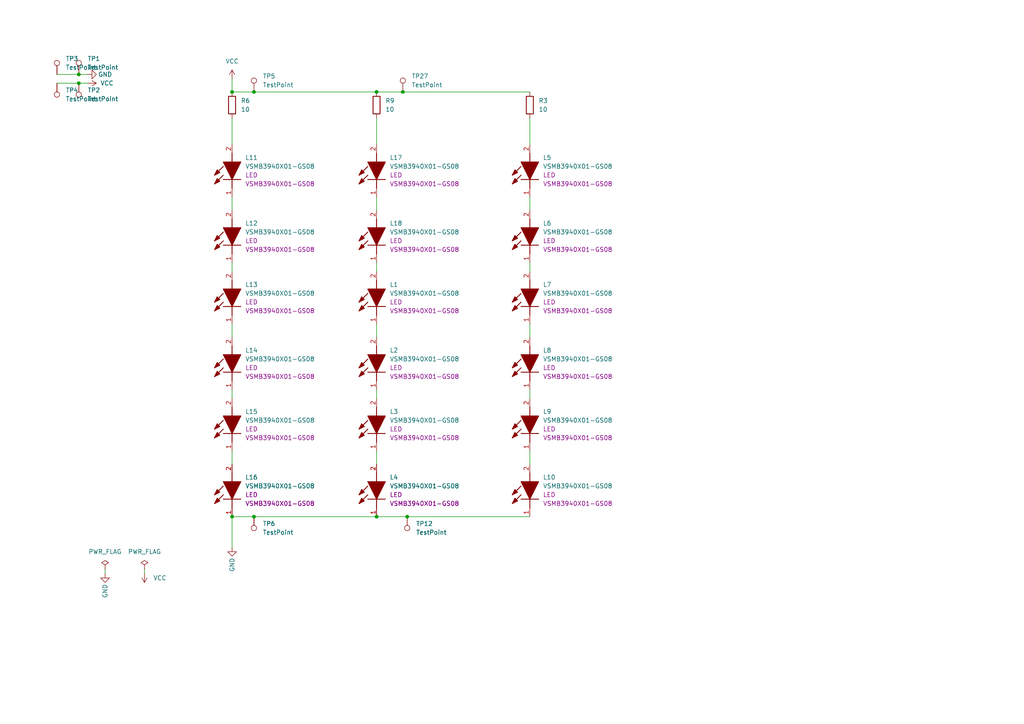
<source format=kicad_sch>
(kicad_sch (version 20211123) (generator eeschema)
  (paper "A4")
  (lib_symbols
    (symbol "Connector:TestPoint" (pin_numbers hide) (pin_names (offset 0.762) hide)
      (property "Reference" "TP" (at 0 6.858 0))
      (property "Value" "TestPoint" (at 0 5.08 0))
      (symbol "TestPoint_0_1"
        (circle (center 0 3.302) (radius 0.762))
      )
      (symbol "TestPoint_1_1"
        (pin passive line (at 0 0 90) (length 2.54) (name "1") (number "1"))
      )
    )
    (symbol "Device:R" (pin_numbers hide) (pin_names (offset 0))
      (property "Reference" "R" (at 2.032 0 90))
      (property "Value" "R" (at 0 0 90))
      (symbol "R_0_1"
        (rectangle (start -1.016 -2.54) (end 1.016 2.54) (stroke (width 0.254)))
      )
      (symbol "R_1_1"
        (pin passive line (at 0 3.81 270) (length 1.27) (name "~") (number "1"))
        (pin passive line (at 0 -3.81 90) (length 1.27) (name "~") (number "2"))
      )
    )
    (symbol "VSMB3940X01-GS08:VSMB3940X01-GS08" (pin_names hide)
      (property "Value" "VSMB3940X01-GS08" (at 0 0 0))
      (property "Reference_1" "LED" (at 12.7 8.89 0))
      (property "Value_1" "VSMB3940X01-GS08" (at 12.7 6.35 0))
      (symbol "VSMB3940X01-GS08_1_1"
        (polyline (pts (xy 2.54 0) (xy 5.08 0)) (stroke (width 0.254)))
        (polyline (pts (xy 5.08 2.54) (xy 5.08 -2.54)) (stroke (width 0.254)))
        (polyline (pts (xy 6.35 2.54) (xy 3.81 5.08)) (stroke (width 0.254)))
        (polyline (pts (xy 8.89 2.54) (xy 6.35 5.08)) (stroke (width 0.254)))
        (polyline (pts (xy 10.16 0) (xy 12.7 0)) (stroke (width 0.254)))
        (polyline (pts (xy 5.08 0) (xy 10.16 2.54) (xy 10.16 -2.54) (xy 5.08 0)) (stroke (width 0.254)) (fill (type outline)))
        (polyline (pts (xy 5.334 4.318) (xy 4.572 3.556) (xy 3.81 5.08) (xy 5.334 4.318)) (stroke (width 0.254)) (fill (type outline)))
        (polyline (pts (xy 7.874 4.318) (xy 7.112 3.556) (xy 6.35 5.08) (xy 7.874 4.318)) (stroke (width 0.254)) (fill (type outline)))
        (pin passive line (at 0 0 0) (length 2.54) (name "K") (number "1"))
        (pin passive line (at 15.24 0 180) (length 2.54) (name "A") (number "2"))
      )
    )
    (symbol "power:GND" (power) (pin_names (offset 0))
      (property "Value" "GND" (at 0 -3.81 0))
      (symbol "GND_0_1"
        (polyline (pts (xy 0 0) (xy 0 -1.27) (xy 1.27 -1.27) (xy 0 -2.54) (xy -1.27 -1.27) (xy 0 -1.27)))
      )
      (symbol "GND_1_1"
        (pin power_in line (at 0 0 270) (length 0) hide (name "GND") (number "1"))
      )
    )
    (symbol "power:PWR_FLAG" (power) (pin_numbers hide) (pin_names (offset 0) hide)
      (property "Value" "PWR_FLAG" (at 0 3.81 0))
      (symbol "PWR_FLAG_0_0"
        (pin power_out line (at 0 0 90) (length 0) (name "pwr") (number "1"))
      )
      (symbol "PWR_FLAG_0_1"
        (polyline (pts (xy 0 0) (xy 0 1.27) (xy -1.016 1.905) (xy 0 2.54) (xy 1.016 1.905) (xy 0 1.27)))
      )
    )
    (symbol "power:VCC" (power) (pin_names (offset 0))
      (property "Value" "VCC" (at 0 3.81 0))
      (symbol "VCC_0_1"
        (polyline (pts (xy -0.762 1.27) (xy 0 2.54)))
        (polyline (pts (xy 0 0) (xy 0 2.54)))
        (polyline (pts (xy 0 2.54) (xy 0.762 1.27)))
      )
      (symbol "VCC_1_1"
        (pin power_in line (at 0 0 90) (length 0) hide (name "VCC") (number "1"))
      )
    )
  )
  (junction (at 67.31 149.86))
  (junction (at 118.11 149.86))
  (junction (at 116.84 26.67))
  (junction (at 109.22 149.86))
  (junction (at 73.66 149.86))
  (junction (at 22.86 21.59))
  (junction (at 22.86 24.13))
  (junction (at 67.31 26.67))
  (junction (at 109.22 26.67))
  (junction (at 73.66 26.67))
  (wire (pts (xy 67.31 115.57) (xy 67.31 113.03)))
  (wire (pts (xy 67.31 34.29) (xy 67.31 41.91)))
  (wire (pts (xy 16.51 24.13) (xy 22.86 24.13)))
  (wire (pts (xy 109.22 26.67) (xy 116.84 26.67)))
  (wire (pts (xy 67.31 93.98) (xy 67.31 97.79)))
  (wire (pts (xy 153.67 57.15) (xy 153.67 60.96)))
  (wire (pts (xy 109.22 34.29) (xy 109.22 41.91)))
  (wire (pts (xy 67.31 26.67) (xy 73.66 26.67)))
  (wire (pts (xy 153.67 34.29) (xy 153.67 41.91)))
  (wire (pts (xy 153.67 78.74) (xy 153.67 76.2)))
  (wire (pts (xy 73.66 26.67) (xy 109.22 26.67)))
  (wire (pts (xy 153.67 130.81) (xy 153.67 134.62)))
  (wire (pts (xy 109.22 93.98) (xy 109.22 97.79)))
  (wire (pts (xy 109.22 130.81) (xy 109.22 134.62)))
  (wire (pts (xy 67.31 149.86) (xy 67.31 158.75)))
  (wire (pts (xy 116.84 26.67) (xy 153.67 26.67)))
  (wire (pts (xy 109.22 149.86) (xy 118.11 149.86)))
  (wire (pts (xy 67.31 149.86) (xy 73.66 149.86)))
  (wire (pts (xy 41.91 165.1) (xy 41.91 166.37)))
  (wire (pts (xy 109.22 115.57) (xy 109.22 113.03)))
  (wire (pts (xy 22.86 24.13) (xy 25.4 24.13)))
  (wire (pts (xy 22.86 21.59) (xy 25.4 21.59)))
  (wire (pts (xy 67.31 76.2) (xy 67.31 78.74)))
  (wire (pts (xy 118.11 149.86) (xy 153.67 149.86)))
  (wire (pts (xy 109.22 57.15) (xy 109.22 60.96)))
  (wire (pts (xy 109.22 76.2) (xy 109.22 78.74)))
  (wire (pts (xy 153.67 93.98) (xy 153.67 97.79)))
  (wire (pts (xy 67.31 22.86) (xy 67.31 26.67)))
  (wire (pts (xy 30.48 165.1) (xy 30.48 166.37)))
  (wire (pts (xy 16.51 21.59) (xy 22.86 21.59)))
  (wire (pts (xy 153.67 115.57) (xy 153.67 113.03)))
  (wire (pts (xy 67.31 57.15) (xy 67.31 60.96)))
  (wire (pts (xy 73.66 149.86) (xy 109.22 149.86)))
  (wire (pts (xy 67.31 130.81) (xy 67.31 134.62)))
  (symbol (lib_id "VSMB3940X01-GS08:VSMB3940X01-GS08") (at 153.67 149.86 90) (unit 1)
    (property "Reference" "L10" (at 157.48 138.4299 90) (effects (justify right)))
    (property "Value" "VSMB3940X01-GS08" (at 157.48 140.9699 90) (effects (justify right)))
    (property "Footprint" "Footprints:LEDM3528X185N" (effects hide))
    (property "Reference_1" "LED" (at 157.48 143.5099 90) (effects (justify right)))
    (property "Value_1" "VSMB3940X01-GS08" (at 157.48 146.0499 90) (effects (justify right)))
    (property "Footprint_1" "LEDM3528X185N" (effects hide))
    (property "Datasheet_1" "https://www.vishay.com/docs/81894/vsmb3940.pdf" (effects hide))
    (property "Height" "1.85" (effects hide))
    (property "Mouser Part Number" "782-VSMB3940X01" (effects hide))
    (property "Mouser Price/Stock" "https://www.mouser.co.uk/ProductDetail/Vishay-Semiconductors/VSMB3940X01-GS08?qs=EvRzT9Rf7Cb5qhDJ224YgQ%3D%3D" (effects hide))
    (property "Manufacturer_Name" "Vishay" (effects hide))
    (property "Manufacturer_Part_Number" "VSMB3940X01-GS08" (effects hide))
  )
  (symbol (lib_id "VSMB3940X01-GS08:VSMB3940X01-GS08") (at 153.67 57.15 90) (unit 1)
    (property "Reference" "L5" (at 157.48 45.7199 90) (effects (justify right)))
    (property "Value" "VSMB3940X01-GS08" (at 157.48 48.2599 90) (effects (justify right)))
    (property "Footprint" "Footprints:LEDM3528X185N" (effects hide))
    (property "Reference_1" "LED" (at 157.48 50.7999 90) (effects (justify right)))
    (property "Value_1" "VSMB3940X01-GS08" (at 157.48 53.3399 90) (effects (justify right)))
    (property "Footprint_1" "LEDM3528X185N" (effects hide))
    (property "Datasheet_1" "https://www.vishay.com/docs/81894/vsmb3940.pdf" (effects hide))
    (property "Height" "1.85" (effects hide))
    (property "Mouser Part Number" "782-VSMB3940X01" (effects hide))
    (property "Mouser Price/Stock" "https://www.mouser.co.uk/ProductDetail/Vishay-Semiconductors/VSMB3940X01-GS08?qs=EvRzT9Rf7Cb5qhDJ224YgQ%3D%3D" (effects hide))
    (property "Manufacturer_Name" "Vishay" (effects hide))
    (property "Manufacturer_Part_Number" "VSMB3940X01-GS08" (effects hide))
  )
  (symbol (lib_id "VSMB3940X01-GS08:VSMB3940X01-GS08") (at 67.31 93.98 90) (unit 1)
    (property "Reference" "L13" (at 71.12 82.5499 90) (effects (justify right)))
    (property "Value" "VSMB3940X01-GS08" (at 71.12 85.0899 90) (effects (justify right)))
    (property "Footprint" "Footprints:LEDM3528X185N" (effects hide))
    (property "Reference_1" "LED" (at 71.12 87.6299 90) (effects (justify right)))
    (property "Value_1" "VSMB3940X01-GS08" (at 71.12 90.1699 90) (effects (justify right)))
    (property "Footprint_1" "LEDM3528X185N" (effects hide))
    (property "Datasheet_1" "https://www.vishay.com/docs/81894/vsmb3940.pdf" (effects hide))
    (property "Height" "1.85" (effects hide))
    (property "Mouser Part Number" "782-VSMB3940X01" (effects hide))
    (property "Mouser Price/Stock" "https://www.mouser.co.uk/ProductDetail/Vishay-Semiconductors/VSMB3940X01-GS08?qs=EvRzT9Rf7Cb5qhDJ224YgQ%3D%3D" (effects hide))
    (property "Manufacturer_Name" "Vishay" (effects hide))
    (property "Manufacturer_Part_Number" "VSMB3940X01-GS08" (effects hide))
  )
  (symbol (lib_id "power:GND") (at 30.48 166.37 0) (mirror y) (unit 1)
    (property "Reference" "#PWR?" (effects hide))
    (property "Value" "GND" (at 30.48 171.45 90))
  )
  (symbol (lib_id "VSMB3940X01-GS08:VSMB3940X01-GS08") (at 153.67 76.2 90) (unit 1)
    (property "Reference" "L6" (at 157.48 64.7699 90) (effects (justify right)))
    (property "Value" "VSMB3940X01-GS08" (at 157.48 67.3099 90) (effects (justify right)))
    (property "Footprint" "Footprints:LEDM3528X185N" (effects hide))
    (property "Reference_1" "LED" (at 157.48 69.8499 90) (effects (justify right)))
    (property "Value_1" "VSMB3940X01-GS08" (at 157.48 72.3899 90) (effects (justify right)))
    (property "Footprint_1" "LEDM3528X185N" (effects hide))
    (property "Datasheet_1" "https://www.vishay.com/docs/81894/vsmb3940.pdf" (effects hide))
    (property "Height" "1.85" (effects hide))
    (property "Mouser Part Number" "782-VSMB3940X01" (effects hide))
    (property "Mouser Price/Stock" "https://www.mouser.co.uk/ProductDetail/Vishay-Semiconductors/VSMB3940X01-GS08?qs=EvRzT9Rf7Cb5qhDJ224YgQ%3D%3D" (effects hide))
    (property "Manufacturer_Name" "Vishay" (effects hide))
    (property "Manufacturer_Part_Number" "VSMB3940X01-GS08" (effects hide))
  )
  (symbol (lib_id "power:GND") (at 25.4 21.59 90) (mirror x) (unit 1)
    (property "Reference" "#PWR01" (effects hide))
    (property "Value" "GND" (at 30.48 21.59 90))
  )
  (symbol (lib_id "Connector:TestPoint") (at 16.51 21.59 0) (unit 1)
    (property "Reference" "TP3" (at 19.05 17.0179 0) (effects (justify left)))
    (property "Value" "TestPoint" (at 19.05 19.5579 0) (effects (justify left)))
    (property "Footprint" "TestPoint:TestPoint_Pad_2.5x2.5mm" (effects hide))
  )
  (symbol (lib_id "Connector:TestPoint") (at 22.86 21.59 0) (unit 1)
    (property "Reference" "TP1" (at 25.4 17.0179 0) (effects (justify left)))
    (property "Value" "TestPoint" (at 25.4 19.5579 0) (effects (justify left)))
    (property "Footprint" "TestPoint:TestPoint_Pad_2.5x2.5mm" (effects hide))
  )
  (symbol (lib_id "VSMB3940X01-GS08:VSMB3940X01-GS08") (at 153.67 130.81 90) (unit 1)
    (property "Reference" "L9" (at 157.48 119.3799 90) (effects (justify right)))
    (property "Value" "VSMB3940X01-GS08" (at 157.48 121.9199 90) (effects (justify right)))
    (property "Footprint" "Footprints:LEDM3528X185N" (effects hide))
    (property "Reference_1" "LED" (at 157.48 124.4599 90) (effects (justify right)))
    (property "Value_1" "VSMB3940X01-GS08" (at 157.48 126.9999 90) (effects (justify right)))
    (property "Footprint_1" "LEDM3528X185N" (effects hide))
    (property "Datasheet_1" "https://www.vishay.com/docs/81894/vsmb3940.pdf" (effects hide))
    (property "Height" "1.85" (effects hide))
    (property "Mouser Part Number" "782-VSMB3940X01" (effects hide))
    (property "Mouser Price/Stock" "https://www.mouser.co.uk/ProductDetail/Vishay-Semiconductors/VSMB3940X01-GS08?qs=EvRzT9Rf7Cb5qhDJ224YgQ%3D%3D" (effects hide))
    (property "Manufacturer_Name" "Vishay" (effects hide))
    (property "Manufacturer_Part_Number" "VSMB3940X01-GS08" (effects hide))
  )
  (symbol (lib_id "power:VCC") (at 25.4 24.13 270) (unit 1)
    (property "Reference" "#PWR02" (effects hide))
    (property "Value" "VCC" (at 29.1029 24.1299 90) (effects (justify left)))
  )
  (symbol (lib_id "power:VCC") (at 67.31 22.86 0) (unit 1)
    (property "Reference" "#PWR04" (effects hide))
    (property "Value" "VCC" (at 67.31 17.78 0))
  )
  (symbol (lib_id "power:PWR_FLAG") (at 41.91 165.1 0) (unit 1)
    (property "Reference" "#FLG?" (effects hide))
    (property "Value" "PWR_FLAG" (at 41.91 160.02 0))
  )
  (symbol (lib_id "VSMB3940X01-GS08:VSMB3940X01-GS08") (at 109.22 57.15 90) (unit 1)
    (property "Reference" "L17" (at 113.03 45.7199 90) (effects (justify right)))
    (property "Value" "VSMB3940X01-GS08" (at 113.03 48.2599 90) (effects (justify right)))
    (property "Footprint" "Footprints:LEDM3528X185N" (effects hide))
    (property "Reference_1" "LED" (at 113.03 50.7999 90) (effects (justify right)))
    (property "Value_1" "VSMB3940X01-GS08" (at 113.03 53.3399 90) (effects (justify right)))
    (property "Footprint_1" "LEDM3528X185N" (effects hide))
    (property "Datasheet_1" "https://www.vishay.com/docs/81894/vsmb3940.pdf" (effects hide))
    (property "Height" "1.85" (effects hide))
    (property "Mouser Part Number" "782-VSMB3940X01" (effects hide))
    (property "Mouser Price/Stock" "https://www.mouser.co.uk/ProductDetail/Vishay-Semiconductors/VSMB3940X01-GS08?qs=EvRzT9Rf7Cb5qhDJ224YgQ%3D%3D" (effects hide))
    (property "Manufacturer_Name" "Vishay" (effects hide))
    (property "Manufacturer_Part_Number" "VSMB3940X01-GS08" (effects hide))
  )
  (symbol (lib_id "VSMB3940X01-GS08:VSMB3940X01-GS08") (at 109.22 93.98 90) (unit 1)
    (property "Reference" "L1" (at 113.03 82.5499 90) (effects (justify right)))
    (property "Value" "VSMB3940X01-GS08" (at 113.03 85.0899 90) (effects (justify right)))
    (property "Footprint" "Footprints:LEDM3528X185N" (effects hide))
    (property "Reference_1" "LED" (at 113.03 87.6299 90) (effects (justify right)))
    (property "Value_1" "VSMB3940X01-GS08" (at 113.03 90.1699 90) (effects (justify right)))
    (property "Footprint_1" "LEDM3528X185N" (effects hide))
    (property "Datasheet_1" "https://www.vishay.com/docs/81894/vsmb3940.pdf" (effects hide))
    (property "Height" "1.85" (effects hide))
    (property "Mouser Part Number" "782-VSMB3940X01" (effects hide))
    (property "Mouser Price/Stock" "https://www.mouser.co.uk/ProductDetail/Vishay-Semiconductors/VSMB3940X01-GS08?qs=EvRzT9Rf7Cb5qhDJ224YgQ%3D%3D" (effects hide))
    (property "Manufacturer_Name" "Vishay" (effects hide))
    (property "Manufacturer_Part_Number" "VSMB3940X01-GS08" (effects hide))
  )
  (symbol (lib_id "Connector:TestPoint") (at 73.66 26.67 0) (unit 1)
    (property "Reference" "TP5" (at 76.2 22.0979 0) (effects (justify left)))
    (property "Value" "TestPoint" (at 76.2 24.6379 0) (effects (justify left)))
    (property "Footprint" "TestPoint:TestPoint_Pad_2.5x2.5mm" (effects hide))
  )
  (symbol (lib_id "Device:R") (at 109.22 30.48 0) (unit 1)
    (property "Reference" "R9" (at 111.76 29.2099 0) (effects (justify left)))
    (property "Value" "10" (at 111.76 31.7499 0) (effects (justify left)))
    (property "Footprint" "Resistor_SMD:R_0805_2012Metric_Pad1.20x1.40mm_HandSolder" (effects hide))
  )
  (symbol (lib_id "VSMB3940X01-GS08:VSMB3940X01-GS08") (at 109.22 113.03 90) (unit 1)
    (property "Reference" "L2" (at 113.03 101.5999 90) (effects (justify right)))
    (property "Value" "VSMB3940X01-GS08" (at 113.03 104.1399 90) (effects (justify right)))
    (property "Footprint" "Footprints:LEDM3528X185N" (effects hide))
    (property "Reference_1" "LED" (at 113.03 106.6799 90) (effects (justify right)))
    (property "Value_1" "VSMB3940X01-GS08" (at 113.03 109.2199 90) (effects (justify right)))
    (property "Footprint_1" "LEDM3528X185N" (effects hide))
    (property "Datasheet_1" "https://www.vishay.com/docs/81894/vsmb3940.pdf" (effects hide))
    (property "Height" "1.85" (effects hide))
    (property "Mouser Part Number" "782-VSMB3940X01" (effects hide))
    (property "Mouser Price/Stock" "https://www.mouser.co.uk/ProductDetail/Vishay-Semiconductors/VSMB3940X01-GS08?qs=EvRzT9Rf7Cb5qhDJ224YgQ%3D%3D" (effects hide))
    (property "Manufacturer_Name" "Vishay" (effects hide))
    (property "Manufacturer_Part_Number" "VSMB3940X01-GS08" (effects hide))
  )
  (symbol (lib_id "Device:R") (at 67.31 30.48 0) (unit 1)
    (property "Reference" "R6" (at 69.85 29.2099 0) (effects (justify left)))
    (property "Value" "10" (at 69.85 31.7499 0) (effects (justify left)))
    (property "Footprint" "Resistor_SMD:R_0805_2012Metric_Pad1.20x1.40mm_HandSolder" (effects hide))
  )
  (symbol (lib_id "VSMB3940X01-GS08:VSMB3940X01-GS08") (at 109.22 130.81 90) (unit 1)
    (property "Reference" "L3" (at 113.03 119.3799 90) (effects (justify right)))
    (property "Value" "VSMB3940X01-GS08" (at 113.03 121.9199 90) (effects (justify right)))
    (property "Footprint" "Footprints:LEDM3528X185N" (effects hide))
    (property "Reference_1" "LED" (at 113.03 124.4599 90) (effects (justify right)))
    (property "Value_1" "VSMB3940X01-GS08" (at 113.03 126.9999 90) (effects (justify right)))
    (property "Footprint_1" "LEDM3528X185N" (effects hide))
    (property "Datasheet_1" "https://www.vishay.com/docs/81894/vsmb3940.pdf" (effects hide))
    (property "Height" "1.85" (effects hide))
    (property "Mouser Part Number" "782-VSMB3940X01" (effects hide))
    (property "Mouser Price/Stock" "https://www.mouser.co.uk/ProductDetail/Vishay-Semiconductors/VSMB3940X01-GS08?qs=EvRzT9Rf7Cb5qhDJ224YgQ%3D%3D" (effects hide))
    (property "Manufacturer_Name" "Vishay" (effects hide))
    (property "Manufacturer_Part_Number" "VSMB3940X01-GS08" (effects hide))
  )
  (symbol (lib_id "VSMB3940X01-GS08:VSMB3940X01-GS08") (at 67.31 76.2 90) (unit 1)
    (property "Reference" "L12" (at 71.12 64.7699 90) (effects (justify right)))
    (property "Value" "VSMB3940X01-GS08" (at 71.12 67.3099 90) (effects (justify right)))
    (property "Footprint" "Footprints:LEDM3528X185N" (effects hide))
    (property "Reference_1" "LED" (at 71.12 69.8499 90) (effects (justify right)))
    (property "Value_1" "VSMB3940X01-GS08" (at 71.12 72.3899 90) (effects (justify right)))
    (property "Footprint_1" "LEDM3528X185N" (effects hide))
    (property "Datasheet_1" "https://www.vishay.com/docs/81894/vsmb3940.pdf" (effects hide))
    (property "Height" "1.85" (effects hide))
    (property "Mouser Part Number" "782-VSMB3940X01" (effects hide))
    (property "Mouser Price/Stock" "https://www.mouser.co.uk/ProductDetail/Vishay-Semiconductors/VSMB3940X01-GS08?qs=EvRzT9Rf7Cb5qhDJ224YgQ%3D%3D" (effects hide))
    (property "Manufacturer_Name" "Vishay" (effects hide))
    (property "Manufacturer_Part_Number" "VSMB3940X01-GS08" (effects hide))
  )
  (symbol (lib_id "Connector:TestPoint") (at 116.84 26.67 0) (unit 1)
    (property "Reference" "TP27" (at 119.38 22.0979 0) (effects (justify left)))
    (property "Value" "TestPoint" (at 119.38 24.6379 0) (effects (justify left)))
    (property "Footprint" "TestPoint:TestPoint_Pad_2.5x2.5mm" (effects hide))
  )
  (symbol (lib_id "power:GND") (at 67.31 158.75 0) (mirror y) (unit 1)
    (property "Reference" "#PWR05" (effects hide))
    (property "Value" "GND" (at 67.31 163.83 90))
  )
  (symbol (lib_id "VSMB3940X01-GS08:VSMB3940X01-GS08") (at 67.31 130.81 90) (unit 1)
    (property "Reference" "L15" (at 71.12 119.3799 90) (effects (justify right)))
    (property "Value" "VSMB3940X01-GS08" (at 71.12 121.9199 90) (effects (justify right)))
    (property "Footprint" "Footprints:LEDM3528X185N" (effects hide))
    (property "Reference_1" "LED" (at 71.12 124.4599 90) (effects (justify right)))
    (property "Value_1" "VSMB3940X01-GS08" (at 71.12 126.9999 90) (effects (justify right)))
    (property "Footprint_1" "LEDM3528X185N" (effects hide))
    (property "Datasheet_1" "https://www.vishay.com/docs/81894/vsmb3940.pdf" (effects hide))
    (property "Height" "1.85" (effects hide))
    (property "Mouser Part Number" "782-VSMB3940X01" (effects hide))
    (property "Mouser Price/Stock" "https://www.mouser.co.uk/ProductDetail/Vishay-Semiconductors/VSMB3940X01-GS08?qs=EvRzT9Rf7Cb5qhDJ224YgQ%3D%3D" (effects hide))
    (property "Manufacturer_Name" "Vishay" (effects hide))
    (property "Manufacturer_Part_Number" "VSMB3940X01-GS08" (effects hide))
  )
  (symbol (lib_id "VSMB3940X01-GS08:VSMB3940X01-GS08") (at 109.22 76.2 90) (unit 1)
    (property "Reference" "L18" (at 113.03 64.7699 90) (effects (justify right)))
    (property "Value" "VSMB3940X01-GS08" (at 113.03 67.3099 90) (effects (justify right)))
    (property "Footprint" "Footprints:LEDM3528X185N" (effects hide))
    (property "Reference_1" "LED" (at 113.03 69.8499 90) (effects (justify right)))
    (property "Value_1" "VSMB3940X01-GS08" (at 113.03 72.3899 90) (effects (justify right)))
    (property "Footprint_1" "LEDM3528X185N" (effects hide))
    (property "Datasheet_1" "https://www.vishay.com/docs/81894/vsmb3940.pdf" (effects hide))
    (property "Height" "1.85" (effects hide))
    (property "Mouser Part Number" "782-VSMB3940X01" (effects hide))
    (property "Mouser Price/Stock" "https://www.mouser.co.uk/ProductDetail/Vishay-Semiconductors/VSMB3940X01-GS08?qs=EvRzT9Rf7Cb5qhDJ224YgQ%3D%3D" (effects hide))
    (property "Manufacturer_Name" "Vishay" (effects hide))
    (property "Manufacturer_Part_Number" "VSMB3940X01-GS08" (effects hide))
  )
  (symbol (lib_id "Device:R") (at 153.67 30.48 0) (unit 1)
    (property "Reference" "R3" (at 156.21 29.2099 0) (effects (justify left)))
    (property "Value" "10" (at 156.21 31.7499 0) (effects (justify left)))
    (property "Footprint" "Resistor_SMD:R_0805_2012Metric_Pad1.20x1.40mm_HandSolder" (effects hide))
  )
  (symbol (lib_id "power:VCC") (at 41.91 166.37 180) (unit 1)
    (property "Reference" "#PWR?" (effects hide))
    (property "Value" "VCC" (at 44.45 167.6399 0) (effects (justify right)))
  )
  (symbol (lib_id "VSMB3940X01-GS08:VSMB3940X01-GS08") (at 67.31 149.86 90) (unit 1)
    (property "Reference" "L16" (at 71.12 138.4299 90) (effects (justify right)))
    (property "Value" "VSMB3940X01-GS08" (at 71.12 140.9699 90) (effects (justify right)))
    (property "Footprint" "Footprints:LEDM3528X185N" (effects hide))
    (property "Reference_1" "LED" (at 71.12 143.5099 90) (effects (justify right)))
    (property "Value_1" "VSMB3940X01-GS08" (at 71.12 146.0499 90) (effects (justify right)))
    (property "Footprint_1" "LEDM3528X185N" (effects hide))
    (property "Datasheet_1" "https://www.vishay.com/docs/81894/vsmb3940.pdf" (effects hide))
    (property "Height" "1.85" (effects hide))
    (property "Mouser Part Number" "782-VSMB3940X01" (effects hide))
    (property "Mouser Price/Stock" "https://www.mouser.co.uk/ProductDetail/Vishay-Semiconductors/VSMB3940X01-GS08?qs=EvRzT9Rf7Cb5qhDJ224YgQ%3D%3D" (effects hide))
    (property "Manufacturer_Name" "Vishay" (effects hide))
    (property "Manufacturer_Part_Number" "VSMB3940X01-GS08" (effects hide))
  )
  (symbol (lib_id "VSMB3940X01-GS08:VSMB3940X01-GS08") (at 67.31 113.03 90) (unit 1)
    (property "Reference" "L14" (at 71.12 101.5999 90) (effects (justify right)))
    (property "Value" "VSMB3940X01-GS08" (at 71.12 104.1399 90) (effects (justify right)))
    (property "Footprint" "Footprints:LEDM3528X185N" (effects hide))
    (property "Reference_1" "LED" (at 71.12 106.6799 90) (effects (justify right)))
    (property "Value_1" "VSMB3940X01-GS08" (at 71.12 109.2199 90) (effects (justify right)))
    (property "Footprint_1" "LEDM3528X185N" (effects hide))
    (property "Datasheet_1" "https://www.vishay.com/docs/81894/vsmb3940.pdf" (effects hide))
    (property "Height" "1.85" (effects hide))
    (property "Mouser Part Number" "782-VSMB3940X01" (effects hide))
    (property "Mouser Price/Stock" "https://www.mouser.co.uk/ProductDetail/Vishay-Semiconductors/VSMB3940X01-GS08?qs=EvRzT9Rf7Cb5qhDJ224YgQ%3D%3D" (effects hide))
    (property "Manufacturer_Name" "Vishay" (effects hide))
    (property "Manufacturer_Part_Number" "VSMB3940X01-GS08" (effects hide))
  )
  (symbol (lib_id "Connector:TestPoint") (at 16.51 24.13 180) (unit 1)
    (property "Reference" "TP4" (at 19.05 26.1619 0) (effects (justify right)))
    (property "Value" "TestPoint" (at 19.05 28.7019 0) (effects (justify right)))
    (property "Footprint" "TestPoint:TestPoint_Pad_2.5x2.5mm" (effects hide))
  )
  (symbol (lib_id "VSMB3940X01-GS08:VSMB3940X01-GS08") (at 153.67 113.03 90) (unit 1)
    (property "Reference" "L8" (at 157.48 101.5999 90) (effects (justify right)))
    (property "Value" "VSMB3940X01-GS08" (at 157.48 104.1399 90) (effects (justify right)))
    (property "Footprint" "Footprints:LEDM3528X185N" (effects hide))
    (property "Reference_1" "LED" (at 157.48 106.6799 90) (effects (justify right)))
    (property "Value_1" "VSMB3940X01-GS08" (at 157.48 109.2199 90) (effects (justify right)))
    (property "Footprint_1" "LEDM3528X185N" (effects hide))
    (property "Datasheet_1" "https://www.vishay.com/docs/81894/vsmb3940.pdf" (effects hide))
    (property "Height" "1.85" (effects hide))
    (property "Mouser Part Number" "782-VSMB3940X01" (effects hide))
    (property "Mouser Price/Stock" "https://www.mouser.co.uk/ProductDetail/Vishay-Semiconductors/VSMB3940X01-GS08?qs=EvRzT9Rf7Cb5qhDJ224YgQ%3D%3D" (effects hide))
    (property "Manufacturer_Name" "Vishay" (effects hide))
    (property "Manufacturer_Part_Number" "VSMB3940X01-GS08" (effects hide))
  )
  (symbol (lib_id "Connector:TestPoint") (at 73.66 149.86 180) (unit 1)
    (property "Reference" "TP6" (at 76.2 151.8919 0) (effects (justify right)))
    (property "Value" "TestPoint" (at 76.2 154.4319 0) (effects (justify right)))
    (property "Footprint" "TestPoint:TestPoint_Pad_2.5x2.5mm" (effects hide))
  )
  (symbol (lib_id "Connector:TestPoint") (at 118.11 149.86 180) (unit 1)
    (property "Reference" "TP12" (at 120.65 151.8919 0) (effects (justify right)))
    (property "Value" "TestPoint" (at 120.65 154.4319 0) (effects (justify right)))
    (property "Footprint" "TestPoint:TestPoint_Pad_2.5x2.5mm" (effects hide))
  )
  (symbol (lib_id "VSMB3940X01-GS08:VSMB3940X01-GS08") (at 153.67 93.98 90) (unit 1)
    (property "Reference" "L7" (at 157.48 82.5499 90) (effects (justify right)))
    (property "Value" "VSMB3940X01-GS08" (at 157.48 85.0899 90) (effects (justify right)))
    (property "Footprint" "Footprints:LEDM3528X185N" (effects hide))
    (property "Reference_1" "LED" (at 157.48 87.6299 90) (effects (justify right)))
    (property "Value_1" "VSMB3940X01-GS08" (at 157.48 90.1699 90) (effects (justify right)))
    (property "Footprint_1" "LEDM3528X185N" (effects hide))
    (property "Datasheet_1" "https://www.vishay.com/docs/81894/vsmb3940.pdf" (effects hide))
    (property "Height" "1.85" (effects hide))
    (property "Mouser Part Number" "782-VSMB3940X01" (effects hide))
    (property "Mouser Price/Stock" "https://www.mouser.co.uk/ProductDetail/Vishay-Semiconductors/VSMB3940X01-GS08?qs=EvRzT9Rf7Cb5qhDJ224YgQ%3D%3D" (effects hide))
    (property "Manufacturer_Name" "Vishay" (effects hide))
    (property "Manufacturer_Part_Number" "VSMB3940X01-GS08" (effects hide))
  )
  (symbol (lib_id "VSMB3940X01-GS08:VSMB3940X01-GS08") (at 109.22 149.86 90) (unit 1)
    (property "Reference" "L4" (at 113.03 138.4299 90) (effects (justify right)))
    (property "Value" "VSMB3940X01-GS08" (at 113.03 140.9699 90) (effects (justify right)))
    (property "Footprint" "Footprints:LEDM3528X185N" (effects hide))
    (property "Reference_1" "LED" (at 113.03 143.5099 90) (effects (justify right)))
    (property "Value_1" "VSMB3940X01-GS08" (at 113.03 146.0499 90) (effects (justify right)))
    (property "Footprint_1" "LEDM3528X185N" (effects hide))
    (property "Datasheet_1" "https://www.vishay.com/docs/81894/vsmb3940.pdf" (effects hide))
    (property "Height" "1.85" (effects hide))
    (property "Mouser Part Number" "782-VSMB3940X01" (effects hide))
    (property "Mouser Price/Stock" "https://www.mouser.co.uk/ProductDetail/Vishay-Semiconductors/VSMB3940X01-GS08?qs=EvRzT9Rf7Cb5qhDJ224YgQ%3D%3D" (effects hide))
    (property "Manufacturer_Name" "Vishay" (effects hide))
    (property "Manufacturer_Part_Number" "VSMB3940X01-GS08" (effects hide))
  )
  (symbol (lib_id "Connector:TestPoint") (at 22.86 24.13 180) (unit 1)
    (property "Reference" "TP2" (at 25.4 26.1619 0) (effects (justify right)))
    (property "Value" "TestPoint" (at 25.4 28.7019 0) (effects (justify right)))
    (property "Footprint" "TestPoint:TestPoint_Pad_2.5x2.5mm" (effects hide))
  )
  (symbol (lib_id "power:PWR_FLAG") (at 30.48 165.1 0) (unit 1)
    (property "Reference" "#FLG?" (effects hide))
    (property "Value" "PWR_FLAG" (at 30.48 160.02 0))
  )
  (symbol (lib_id "VSMB3940X01-GS08:VSMB3940X01-GS08") (at 67.31 57.15 90) (unit 1)
    (property "Reference" "L11" (at 71.12 45.7199 90) (effects (justify right)))
    (property "Value" "VSMB3940X01-GS08" (at 71.12 48.2599 90) (effects (justify right)))
    (property "Footprint" "Footprints:LEDM3528X185N" (effects hide))
    (property "Reference_1" "LED" (at 71.12 50.7999 90) (effects (justify right)))
    (property "Value_1" "VSMB3940X01-GS08" (at 71.12 53.3399 90) (effects (justify right)))
    (property "Footprint_1" "LEDM3528X185N" (effects hide))
    (property "Datasheet_1" "https://www.vishay.com/docs/81894/vsmb3940.pdf" (effects hide))
    (property "Height" "1.85" (effects hide))
    (property "Mouser Part Number" "782-VSMB3940X01" (effects hide))
    (property "Mouser Price/Stock" "https://www.mouser.co.uk/ProductDetail/Vishay-Semiconductors/VSMB3940X01-GS08?qs=EvRzT9Rf7Cb5qhDJ224YgQ%3D%3D" (effects hide))
    (property "Manufacturer_Name" "Vishay" (effects hide))
    (property "Manufacturer_Part_Number" "VSMB3940X01-GS08" (effects hide))
  )
)
</source>
